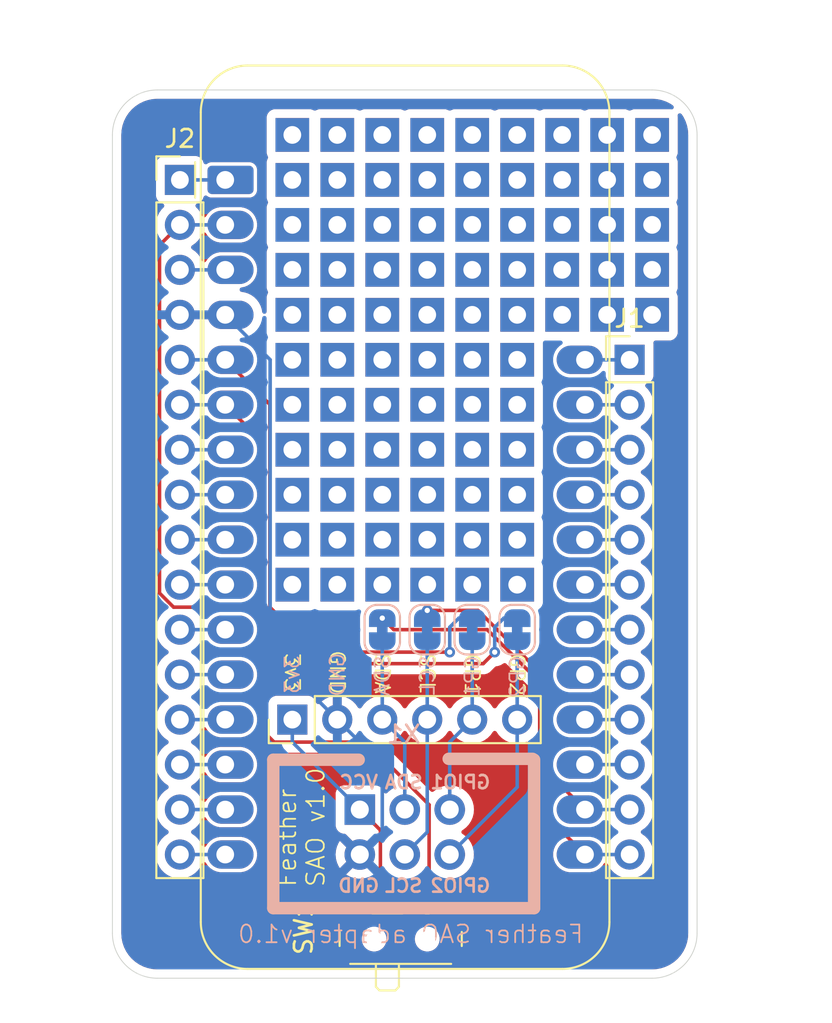
<source format=kicad_pcb>
(kicad_pcb (version 20240108) (generator "pcbnew") (generator_version "8.0")
  (layers (0 "F.Cu" signal) (31 "B.Cu" signal) (34 "B.Paste" user) (35 "F.Paste" user) (36 "B.SilkS" user "B.Silkscreen") (37 "F.SilkS" user "F.Silkscreen") (38 "B.Mask" user) (39 "F.Mask" user) (44 "Edge.Cuts" user))
  (net 0 "")
  (net 1 "/F_11")
  (net 2 "/F_3")
  (net 3 "/F_22")
  (net 4 "/F_16")
  (net 5 "/SDA")
  (net 6 "/F_7")
  (net 7 "/F_10")
  (net 8 "/F_19")
  (net 9 "/F_9")
  (net 10 "/F_21")
  (net 11 "/F_20")
  (net 12 "/SCL")
  (net 13 "/F_28")
  (net 14 "/F_5")
  (net 15 "/F_26")
  (net 16 "/F_6")
  (net 17 "/F_8")
  (net 18 "/F_23")
  (net 19 "/F_14")
  (net 20 "/F_25")
  (net 21 "/F_13")
  (net 22 "/F_24")
  (net 23 "/GND")
  (net 24 "/F_27")
  (net 25 "/F_12")
  (net 26 "/F_1")
  (net 27 "/F_15")
  (net 28 "/GPIO2")
  (net 29 "/GPIO1")
  (net 30 "/SAO_3v3")
  (net 31 "/Feather_3v3")
  (net 32 "/Feather_SDA")
  (net 33 "/Feather_SCL")
  (footprint "SAO-Util:ProtoboardHoleSquare" (layer "F.Cu") (at 87.63 60.96)
    (property "Reference" "REF**170" (hide yes))
    (property "Value" "ProtoboardHoleSquare" (hide yes))
    (pad "1" thru_hole rect (at 0 0) (size 1.905 1.905) (drill 1) (layers "*.Cu" "*.Mask"))
  )
  (footprint "SAO-Util:ProtoboardHoleSquare" (layer "F.Cu") (at 87.63 55.88)
    (property "Reference" "REF**146" (hide yes))
    (property "Value" "ProtoboardHoleSquare" (hide yes))
    (pad "1" thru_hole rect (at 0 0) (size 1.905 1.905) (drill 1) (layers "*.Cu" "*.Mask"))
  )
  (footprint "SAO-Util:ProtoboardHoleSquare" (layer "F.Cu") (at 95.25 38.1)
    (property "Reference" "REF**65" (hide yes))
    (property "Value" "ProtoboardHoleSquare" (hide yes))
    (pad "1" thru_hole rect (at 0 0) (size 1.905 1.905) (drill 1) (layers "*.Cu" "*.Mask"))
  )
  (footprint "SAO-Util:ProtoboardHoleSquare" (layer "F.Cu") (at 87.63 40.64)
    (property "Reference" "REF**74" (hide yes))
    (property "Value" "ProtoboardHoleSquare" (hide yes))
    (pad "1" thru_hole rect (at 0 0) (size 1.905 1.905) (drill 1) (layers "*.Cu" "*.Mask"))
  )
  (footprint "SAO-Util:ProtoboardHoleSquare" (layer "F.Cu") (at 90.17 38.1)
    (property "Reference" "REF**63" (hide yes))
    (property "Value" "ProtoboardHoleSquare" (hide yes))
    (pad "1" thru_hole rect (at 0 0) (size 1.905 1.905) (drill 1) (layers "*.Cu" "*.Mask"))
  )
  (footprint "SAO-Util:ProtoboardHoleSquare" (layer "F.Cu") (at 87.63 58.42)
    (property "Reference" "REF**158" (hide yes))
    (property "Value" "ProtoboardHoleSquare" (hide yes))
    (pad "1" thru_hole rect (at 0 0) (size 1.905 1.905) (drill 1) (layers "*.Cu" "*.Mask"))
  )
  (footprint "SAO-Util:ProtoboardHoleSquare" (layer "F.Cu") (at 85.09 60.96)
    (property "Reference" "REF**169" (hide yes))
    (property "Value" "ProtoboardHoleSquare" (hide yes))
    (pad "1" thru_hole rect (at 0 0) (size 1.905 1.905) (drill 1) (layers "*.Cu" "*.Mask"))
  )
  (footprint "SAO-Util:ProtoboardHoleSquare" (layer "F.Cu") (at 82.55 48.26)
    (property "Reference" "REF**108" (hide yes))
    (property "Value" "ProtoboardHoleSquare" (hide yes))
    (pad "1" thru_hole rect (at 0 0) (size 1.905 1.905) (drill 1) (layers "*.Cu" "*.Mask"))
  )
  (footprint "SAO-Util:ProtoboardHoleSquare" (layer "F.Cu") (at 82.55 58.42)
    (property "Reference" "REF**156" (hide yes))
    (property "Value" "ProtoboardHoleSquare" (hide yes))
    (pad "1" thru_hole rect (at 0 0) (size 1.905 1.905) (drill 1) (layers "*.Cu" "*.Mask"))
  )
  (footprint "SAO-Util:ProtoboardHoleSquare" (layer "F.Cu") (at 82.55 40.64)
    (property "Reference" "REF**72" (hide yes))
    (property "Value" "ProtoboardHoleSquare" (hide yes))
    (pad "1" thru_hole rect (at 0 0) (size 1.905 1.905) (drill 1) (layers "*.Cu" "*.Mask"))
  )
  (footprint "SAO-Util:ProtoboardHoleSquare" (layer "F.Cu") (at 95.25 53.34)
    (property "Reference" "REF**137" (hide yes))
    (property "Value" "ProtoboardHoleSquare" (hide yes))
    (pad "1" thru_hole rect (at 0 0) (size 1.905 1.905) (drill 1) (layers "*.Cu" "*.Mask"))
  )
  (footprint "SAO-Util:ProtoboardHoleSquare" (layer "F.Cu") (at 102.87 43.18 -90)
    (property "Reference" "REF**10" (hide yes))
    (property "Value" "ProtoboardHoleSquare" (hide yes))
    (pad "1" thru_hole rect (at 0 0 270) (size 1.905 1.905) (drill 1) (layers "*.Cu" "*.Mask"))
  )
  (footprint "SAO-Util:ProtoboardHoleSquare" (layer "F.Cu") (at 87.63 48.26)
    (property "Reference" "REF**110" (hide yes))
    (property "Value" "ProtoboardHoleSquare" (hide yes))
    (pad "1" thru_hole rect (at 0 0) (size 1.905 1.905) (drill 1) (layers "*.Cu" "*.Mask"))
  )
  (footprint "SAO-Util:ProtoboardHoleSquare" (layer "F.Cu") (at 100.33 38.1 -90)
    (property "Reference" "REF**8" (hide yes))
    (property "Value" "ProtoboardHoleSquare" (hide yes))
    (pad "1" thru_hole rect (at 0 0 270) (size 1.905 1.905) (drill 1) (layers "*.Cu" "*.Mask"))
  )
  (footprint "SAO-Util:ProtoboardHoleSquare" (layer "F.Cu") (at 90.17 48.26)
    (property "Reference" "REF**111" (hide yes))
    (property "Value" "ProtoboardHoleSquare" (hide yes))
    (pad "1" thru_hole rect (at 0 0) (size 1.905 1.905) (drill 1) (layers "*.Cu" "*.Mask"))
  )
  (footprint "Module:Adafruit_Feather" (layer "F.Cu") (at 78.76 38.1)
    (property "Reference" "A1" (hide yes))
    (property "Value" "Adafruit_Feather_Generic")
    (pad "1" thru_hole roundrect (at 0 0) (size 2.6 1.6) (drill 1 (offset 0.3 0)) (layers "*.Cu" "*.Mask") (roundrect_rratio 0.15625) (net 26 "/F_1"))
    (pad "2" thru_hole oval (at 0 2.54) (size 2.6 1.6) (drill 1 (offset 0.3 0)) (layers "*.Cu" "*.Mask") (net 31 "/Feather_3v3"))
    (pad "3" thru_hole oval (at 0 5.08) (size 2.6 1.6) (drill 1 (offset 0.3 0)) (layers "*.Cu" "*.Mask") (net 2 "/F_3"))
    (pad "4" thru_hole oval (at 0 7.62) (size 2.6 1.6) (drill 1 (offset 0.3 0)) (layers "*.Cu" "*.Mask") (net 23 "/GND"))
    (pad "5" thru_hole oval (at 0 10.16) (size 2.6 1.6) (drill 1 (offset 0.3 0)) (layers "*.Cu" "*.Mask") (net 14 "/F_5"))
    (pad "6" thru_hole oval (at 0 12.7) (size 2.6 1.6) (drill 1 (offset 0.3 0)) (layers "*.Cu" "*.Mask") (net 16 "/F_6"))
    (pad "7" thru_hole oval (at 0 15.24) (size 2.6 1.6) (drill 1 (offset 0.3 0)) (layers "*.Cu" "*.Mask") (net 6 "/F_7"))
    (pad "8" thru_hole oval (at 0 17.78) (size 2.6 1.6) (drill 1 (offset 0.3 0)) (layers "*.Cu" "*.Mask") (net 17 "/F_8"))
    (pad "9" thru_hole oval (at 0 20.32) (size 2.6 1.6) (drill 1 (offset 0.3 0)) (layers "*.Cu" "*.Mask") (net 9 "/F_9"))
    (pad "10" thru_hole oval (at 0 22.86) (size 2.6 1.6) (drill 1 (offset 0.3 0)) (layers "*.Cu" "*.Mask") (net 7 "/F_10"))
    (pad "11" thru_hole oval (at 0 25.4) (size 2.6 1.6) (drill 1 (offset 0.3 0)) (layers "*.Cu" "*.Mask") (net 1 "/F_11"))
    (pad "12" thru_hole oval (at 0 27.94) (size 2.6 1.6) (drill 1 (offset 0.3 0)) (layers "*.Cu" "*.Mask") (net 25 "/F_12"))
    (pad "13" thru_hole oval (at 0 30.48) (size 2.6 1.6) (drill 1 (offset 0.3 0)) (layers "*.Cu" "*.Mask") (net 21 "/F_13"))
    (pad "14" thru_hole oval (at 0 33.02) (size 2.6 1.6) (drill 1 (offset 0.3 0)) (layers "*.Cu" "*.Mask") (net 19 "/F_14"))
    (pad "15" thru_hole oval (at 0 35.56) (size 2.6 1.6) (drill 1 (offset 0.3 0)) (layers "*.Cu" "*.Mask") (net 27 "/F_15"))
    (pad "16" thru_hole oval (at 0 38.1) (size 2.6 1.6) (drill 1 (offset 0.3 0)) (layers "*.Cu" "*.Mask") (net 4 "/F_16"))
    (pad "17" thru_hole oval (at 20.32 38.1 180) (size 2.6 1.6) (drill 1 (offset 0.3 0)) (layers "*.Cu" "*.Mask") (net 32 "/Feather_SDA"))
    (pad "18" thru_hole oval (at 20.32 35.56 180) (size 2.6 1.6) (drill 1 (offset 0.3 0)) (layers "*.Cu" "*.Mask") (net 33 "/Feather_SCL"))
    (pad "19" thru_hole oval (at 20.32 33.02 180) (size 2.6 1.6) (drill 1 (offset 0.3 0)) (layers "*.Cu" "*.Mask") (net 8 "/F_19"))
    (pad "20" thru_hole oval (at 20.32 30.48 180) (size 2.6 1.6) (drill 1 (offset 0.3 0)) (layers "*.Cu" "*.Mask") (net 11 "/F_20"))
    (pad "21" thru_hole oval (at 20.32 27.94 180) (size 2.6 1.6) (drill 1 (offset 0.3 0)) (layers "*.Cu" "*.Mask") (net 10 "/F_21"))
    (pad "22" thru_hole oval (at 20.32 25.4 180) (size 2.6 1.6) (drill 1 (offset 0.3 0)) (layers "*.Cu" "*.Mask") (net 3 "/F_22"))
    (pad "23" thru_hole oval (at 20.32 22.86 180) (size 2.6 1.6) (drill 1 (offset 0.3 0)) (layers "*.Cu" "*.Mask") (net 18 "/F_23"))
    (pad "24" thru_hole oval (at 20.32 20.32 180) (size 2.6 1.6) (drill 1 (offset 0.3 0)) (layers "*.Cu" "*.Mask") (net 22 "/F_24"))
    (pad "25" thru_hole oval (at 20.32 17.78 180) (size 2.6 1.6) (drill 1 (offset 0.3 0)) (layers "*.Cu" "*.Mask") (net 20 "/F_25"))
    (pad "26" thru_hole oval (at 20.32 15.24 180) (size 2.6 1.6) (drill 1 (offset 0.3 0)) (layers "*.Cu" "*.Mask") (net 15 "/F_26"))
    (pad "27" thru_hole oval (at 20.32 12.7 180) (size 2.6 1.6) (drill 1 (offset 0.3 0)) (layers "*.Cu" "*.Mask") (net 24 "/F_27"))
    (pad "28" thru_hole oval (at 20.32 10.16 180) (size 2.6 1.6) (drill 1 (offset 0.3 0)) (layers "*.Cu" "*.Mask") (net 13 "/F_28"))
  )
  (footprint "SAO-Util:ProtoboardHoleSquare" (layer "F.Cu") (at 90.17 55.88)
    (property "Reference" "REF**147" (hide yes))
    (property "Value" "ProtoboardHoleSquare" (hide yes))
    (pad "1" thru_hole rect (at 0 0) (size 1.905 1.905) (drill 1) (layers "*.Cu" "*.Mask"))
  )
  (footprint "SAO-Util:ProtoboardHoleSquare" (layer "F.Cu") (at 85.09 53.34)
    (property "Reference" "REF**133" (hide yes))
    (property "Value" "ProtoboardHoleSquare" (hide yes))
    (pad "1" thru_hole rect (at 0 0) (size 1.905 1.905) (drill 1) (layers "*.Cu" "*.Mask"))
  )
  (footprint "Connector_PinHeader_2.54mm:PinHeader_1x12_P2.54mm_Vertical" (layer "F.Cu") (at 101.6 48.26)
    (property "Reference" "J1" (at 0 -2.33 0) (layer "F.SilkS"))
    (property "Value" "Conn_01x12_Pin")
    (pad "1" thru_hole rect (at 0 0) (size 1.7 1.7) (drill 1) (layers "*.Cu" "*.Mask") (net 13 "/F_28"))
    (pad "2" thru_hole oval (at 0 2.54) (size 1.7 1.7) (drill 1) (layers "*.Cu" "*.Mask") (net 24 "/F_27"))
    (pad "3" thru_hole oval (at 0 5.08) (size 1.7 1.7) (drill 1) (layers "*.Cu" "*.Mask") (net 15 "/F_26"))
    (pad "4" thru_hole oval (at 0 7.62) (size 1.7 1.7) (drill 1) (layers "*.Cu" "*.Mask") (net 20 "/F_25"))
    (pad "5" thru_hole oval (at 0 10.16) (size 1.7 1.7) (drill 1) (layers "*.Cu" "*.Mask") (net 22 "/F_24"))
    (pad "6" thru_hole oval (at 0 12.7) (size 1.7 1.7) (drill 1) (layers "*.Cu" "*.Mask") (net 18 "/F_23"))
    (pad "7" thru_hole oval (at 0 15.24) (size 1.7 1.7) (drill 1) (layers "*.Cu" "*.Mask") (net 3 "/F_22"))
    (pad "8" thru_hole oval (at 0 17.78) (size 1.7 1.7) (drill 1) (layers "*.Cu" "*.Mask") (net 10 "/F_21"))
    (pad "9" thru_hole oval (at 0 20.32) (size 1.7 1.7) (drill 1) (layers "*.Cu" "*.Mask") (net 11 "/F_20"))
    (pad "10" thru_hole oval (at 0 22.86) (size 1.7 1.7) (drill 1) (layers "*.Cu" "*.Mask") (net 8 "/F_19"))
    (pad "11" thru_hole oval (at 0 25.4) (size 1.7 1.7) (drill 1) (layers "*.Cu" "*.Mask") (net 33 "/Feather_SCL"))
    (pad "12" thru_hole oval (at 0 27.94) (size 1.7 1.7) (drill 1) (layers "*.Cu" "*.Mask") (net 32 "/Feather_SDA"))
  )
  (footprint "SAO-Util:ProtoboardHoleSquare" (layer "F.Cu") (at 102.87 40.64 -90)
    (property "Reference" "REF**9" (hide yes))
    (property "Value" "ProtoboardHoleSquare" (hide yes))
    (pad "1" thru_hole rect (at 0 0 270) (size 1.905 1.905) (drill 1) (layers "*.Cu" "*.Mask"))
  )
  (footprint "Simple_Addon_v2:Simple_Addon_v2-SAO-2x3" (layer "F.Cu") (at 88.84 74.91)
    (property "Reference" "X1" (at 0 -5.5 0) (layer "B.SilkS") (effects (justify mirror)))
    (property "Value" "Simple_Addon_v2")
    (fp_text user "SDA" (at 0 -2.794 0) (layer "B.SilkS") (effects (font (size 0.75 0.75)) (justify mirror)))
    (fp_text user "GPIO1" (at 3.2 -2.794 0) (layer "B.SilkS") (effects (font (size 0.75 0.75)) (justify mirror)))
    (fp_text user "GPIO2" (at 3.2 3.048 0) (layer "B.SilkS") (effects (font (size 0.75 0.75)) (justify mirror)))
    (fp_text user "VCC" (at -2.54 -2.794 0) (layer "B.SilkS") (effects (font (size 0.75 0.75)) (justify mirror)))
    (fp_text user "GND" (at -2.54 3.048 0) (layer "B.SilkS") (effects (font (size 0.75 0.75)) (justify mirror)))
    (fp_text user "SCL" (at 0 3.048 0) (layer "B.SilkS") (effects (font (size 0.75 0.75)) (justify mirror)))
    (pad "1" thru_hole rect (at -2.48 -1.25 270) (size 1.7272 1.7272) (drill 1.016) (layers "*.Cu" "*.Mask") (net 30 "/SAO_3v3"))
    (pad "2" thru_hole circle (at -2.48 1.29 270) (size 1.7272 1.7272) (drill 1.016) (layers "*.Cu" "*.Mask") (net 23 "/GND"))
    (pad "3" thru_hole oval (at 0.06 -1.25 270) (size 1.7272 1.7272) (drill 1.016) (layers "*.Cu" "*.Mask") (net 5 "/SDA"))
    (pad "4" thru_hole oval (at 0.06 1.29 270) (size 1.7272 1.7272) (drill 1.016) (layers "*.Cu" "*.Mask") (net 12 "/SCL"))
    (pad "5" thru_hole circle (at 2.6 -1.25 270) (size 1.7272 1.7272) (drill 1.016) (layers "*.Cu" "*.Mask") (net 29 "/GPIO1"))
    (pad "6" thru_hole circle (at 2.6 1.29 270) (size 1.7272 1.7272) (drill 1.016) (layers "*.Cu" "*.Mask") (net 28 "/GPIO2"))
  )
  (footprint "SAO-Util:ProtoboardHoleSquare" (layer "F.Cu") (at 82.55 50.8)
    (property "Reference" "REF**120" (hide yes))
    (property "Value" "ProtoboardHoleSquare" (hide yes))
    (pad "1" thru_hole rect (at 0 0) (size 1.905 1.905) (drill 1) (layers "*.Cu" "*.Mask"))
  )
  (footprint "SAO-Util:ProtoboardHoleSquare" (layer "F.Cu") (at 92.71 43.18)
    (property "Reference" "REF**88" (hide yes))
    (property "Value" "ProtoboardHoleSquare" (hide yes))
    (pad "1" thru_hole rect (at 0 0) (size 1.905 1.905) (drill 1) (layers "*.Cu" "*.Mask"))
  )
  (footprint "SAO-Util:ProtoboardHoleSquare" (layer "F.Cu") (at 100.33 40.64 -90)
    (property "Reference" "REF**9" (hide yes))
    (property "Value" "ProtoboardHoleSquare" (hide yes))
    (pad "1" thru_hole rect (at 0 0 270) (size 1.905 1.905) (drill 1) (layers "*.Cu" "*.Mask"))
  )
  (footprint "SAO-Util:ProtoboardHoleSquare" (layer "F.Cu") (at 90.17 35.56)
    (property "Reference" "REF**51" (hide yes))
    (property "Value" "ProtoboardHoleSquare" (hide yes))
    (pad "1" thru_hole rect (at 0 0) (size 1.905 1.905) (drill 1) (layers "*.Cu" "*.Mask"))
  )
  (footprint "SAO-Util:ProtoboardHoleSquare" (layer "F.Cu") (at 82.55 55.88)
    (property "Reference" "REF**144" (hide yes))
    (property "Value" "ProtoboardHoleSquare" (hide yes))
    (pad "1" thru_hole rect (at 0 0) (size 1.905 1.905) (drill 1) (layers "*.Cu" "*.Mask"))
  )
  (footprint "SAO-Util:ProtoboardHoleSquare" (layer "F.Cu") (at 87.63 45.72)
    (property "Reference" "REF**98" (hide yes))
    (property "Value" "ProtoboardHoleSquare" (hide yes))
    (pad "1" thru_hole rect (at 0 0) (size 1.905 1.905) (drill 1) (layers "*.Cu" "*.Mask"))
  )
  (footprint "SAO-Util:ProtoboardHoleSquare" (layer "F.Cu") (at 92.71 60.96)
    (property "Reference" "REF**172" (hide yes))
    (property "Value" "ProtoboardHoleSquare" (hide yes))
    (pad "1" thru_hole rect (at 0 0) (size 1.905 1.905) (drill 1) (layers "*.Cu" "*.Mask"))
  )
  (footprint "SAO-Util:ProtoboardHoleSquare" (layer "F.Cu") (at 95.25 45.72)
    (property "Reference" "REF**101" (hide yes))
    (property "Value" "ProtoboardHoleSquare" (hide yes))
    (pad "1" thru_hole rect (at 0 0) (size 1.905 1.905) (drill 1) (layers "*.Cu" "*.Mask"))
  )
  (footprint "SAO-Util:ProtoboardHoleSquare" (layer "F.Cu") (at 85.09 43.18)
    (property "Reference" "REF**85" (hide yes))
    (property "Value" "ProtoboardHoleSquare" (hide yes))
    (pad "1" thru_hole rect (at 0 0) (size 1.905 1.905) (drill 1) (layers "*.Cu" "*.Mask"))
  )
  (footprint "Connector_PinHeader_2.54mm:PinHeader_1x16_P2.54mm_Vertical" (layer "F.Cu") (at 76.2 38.1)
    (property "Reference" "J2" (at 0 -2.33 0) (layer "F.SilkS"))
    (property "Value" "Conn_01x16_Pin")
    (pad "1" thru_hole rect (at 0 0) (size 1.7 1.7) (drill 1) (layers "*.Cu" "*.Mask") (net 26 "/F_1"))
    (pad "2" thru_hole oval (at 0 2.54) (size 1.7 1.7) (drill 1) (layers "*.Cu" "*.Mask") (net 31 "/Feather_3v3"))
    (pad "3" thru_hole oval (at 0 5.08) (size 1.7 1.7) (drill 1) (layers "*.Cu" "*.Mask") (net 2 "/F_3"))
    (pad "4" thru_hole oval (at 0 7.62) (size 1.7 1.7) (drill 1) (layers "*.Cu" "*.Mask") (net 23 "/GND"))
    (pad "5" thru_hole oval (at 0 10.16) (size 1.7 1.7) (drill 1) (layers "*.Cu" "*.Mask") (net 14 "/F_5"))
    (pad "6" thru_hole oval (at 0 12.7) (size 1.7 1.7) (drill 1) (layers "*.Cu" "*.Mask") (net 16 "/F_6"))
    (pad "7" thru_hole oval (at 0 15.24) (size 1.7 1.7) (drill 1) (layers "*.Cu" "*.Mask") (net 6 "/F_7"))
    (pad "8" thru_hole oval (at 0 17.78) (size 1.7 1.7) (drill 1) (layers "*.Cu" "*.Mask") (net 17 "/F_8"))
    (pad "9" thru_hole oval (at 0 20.32) (size 1.7 1.7) (drill 1) (layers "*.Cu" "*.Mask") (net 9 "/F_9"))
    (pad "10" thru_hole oval (at 0 22.86) (size 1.7 1.7) (drill 1) (layers "*.Cu" "*.Mask") (net 7 "/F_10"))
    (pad "11" thru_hole oval (at 0 25.4) (size 1.7 1.7) (drill 1) (layers "*.Cu" "*.Mask") (net 1 "/F_11"))
    (pad "12" thru_hole oval (at 0 27.94) (size 1.7 1.7) (drill 1) (layers "*.Cu" "*.Mask") (net 25 "/F_12"))
    (pad "13" thru_hole oval (at 0 30.48) (size 1.7 1.7) (drill 1) (layers "*.Cu" "*.Mask") (net 21 "/F_13"))
    (pad "14" thru_hole oval (at 0 33.02) (size 1.7 1.7) (drill 1) (layers "*.Cu" "*.Mask") (net 19 "/F_14"))
    (pad "15" thru_hole oval (at 0 35.56) (size 1.7 1.7) (drill 1) (layers "*.Cu" "*.Mask") (net 27 "/F_15"))
    (pad "16" thru_hole oval (at 0 38.1) (size 1.7 1.7) (drill 1) (layers "*.Cu" "*.Mask") (net 4 "/F_16"))
  )
  (footprint "SAO-Util:ProtoboardHoleSquare" (layer "F.Cu") (at 90.17 50.8)
    (property "Reference" "REF**123" (hide yes))
    (property "Value" "ProtoboardHoleSquare" (hide yes))
    (pad "1" thru_hole rect (at 0 0) (size 1.905 1.905) (drill 1) (layers "*.Cu" "*.Mask"))
  )
  (footprint "SAO-Util:ProtoboardHoleSquare" (layer "F.Cu") (at 92.71 48.26)
    (property "Reference" "REF**112" (hide yes))
    (property "Value" "ProtoboardHoleSquare" (hide yes))
    (pad "1" thru_hole rect (at 0 0) (size 1.905 1.905) (drill 1) (layers "*.Cu" "*.Mask"))
  )
  (footprint "SAO-Util:ProtoboardHoleSquare" (layer "F.Cu") (at 92.71 53.34)
    (property "Reference" "REF**136" (hide yes))
    (property "Value" "ProtoboardHoleSquare" (hide yes))
    (pad "1" thru_hole rect (at 0 0) (size 1.905 1.905) (drill 1) (layers "*.Cu" "*.Mask"))
  )
  (footprint "SAO-Util:ProtoboardHoleSquare" (layer "F.Cu") (at 95.25 40.64)
    (property "Reference" "REF**77" (hide yes))
    (property "Value" "ProtoboardHoleSquare" (hide yes))
    (pad "1" thru_hole rect (at 0 0) (size 1.905 1.905) (drill 1) (layers "*.Cu" "*.Mask"))
  )
  (footprint "SAO-Util:ProtoboardHoleSquare" (layer "F.Cu") (at 95.25 35.56)
    (property "Reference" "REF**53" (hide yes))
    (property "Value" "ProtoboardHoleSquare" (hide yes))
    (pad "1" thru_hole rect (at 0 0) (size 1.905 1.905) (drill 1) (layers "*.Cu" "*.Mask"))
  )
  (footprint "SAO-Util:ProtoboardHoleSquare" (layer "F.Cu") (at 92.71 40.64)
    (property "Reference" "REF**76" (hide yes))
    (property "Value" "ProtoboardHoleSquare" (hide yes))
    (pad "1" thru_hole rect (at 0 0) (size 1.905 1.905) (drill 1) (layers "*.Cu" "*.Mask"))
  )
  (footprint "SAO-Util:ProtoboardHoleSquare" (layer "F.Cu") (at 97.79 45.72 -90)
    (property "Reference" "REF**11" (hide yes))
    (property "Value" "ProtoboardHoleSquare" (hide yes))
    (pad "1" thru_hole rect (at 0 0 270) (size 1.905 1.905) (drill 1) (layers "*.Cu" "*.Mask"))
  )
  (footprint "SAO-Util:ProtoboardHoleSquare" (layer "F.Cu") (at 97.79 43.18 -90)
    (property "Reference" "REF**10" (hide yes))
    (property "Value" "ProtoboardHoleSquare" (hide yes))
    (pad "1" thru_hole rect (at 0 0 270) (size 1.905 1.905) (drill 1) (layers "*.Cu" "*.Mask"))
  )
  (footprint "SAO-Util:ProtoboardHoleSquare" (layer "F.Cu") (at 92.71 55.88)
    (property "Reference" "REF**148" (hide yes))
    (property "Value" "ProtoboardHoleSquare" (hide yes))
    (pad "1" thru_hole rect (at 0 0) (size 1.905 1.905) (drill 1) (layers "*.Cu" "*.Mask"))
  )
  (footprint "SAO-Util:ProtoboardHoleSquare" (layer "F.Cu") (at 82.55 43.18)
    (property "Reference" "REF**84" (hide yes))
    (property "Value" "ProtoboardHoleSquare" (hide yes))
    (pad "1" thru_hole rect (at 0 0) (size 1.905 1.905) (drill 1) (layers "*.Cu" "*.Mask"))
  )
  (footprint "SAO-Util:ProtoboardHoleSquare" (layer "F.Cu") (at 95.25 43.18)
    (property "Reference" "REF**89" (hide yes))
    (property "Value" "ProtoboardHoleSquare" (hide yes))
    (pad "1" thru_hole rect (at 0 0) (size 1.905 1.905) (drill 1) (layers "*.Cu" "*.Mask"))
  )
  (footprint "SAO-Util:ProtoboardHoleSquare" (layer "F.Cu") (at 95.25 55.88)
    (property "Reference" "REF**149" (hide yes))
    (property "Value" "ProtoboardHoleSquare" (hide yes))
    (pad "1" thru_hole rect (at 0 0) (size 1.905 1.905) (drill 1) (layers "*.Cu" "*.Mask"))
  )
  (footprint "SAO-Util:ProtoboardHoleSquare" (layer "F.Cu") (at 90.17 45.72)
    (property "Reference" "REF**99" (hide yes))
    (property "Value" "ProtoboardHoleSquare" (hide yes))
    (pad "1" thru_hole rect (at 0 0) (size 1.905 1.905) (drill 1) (layers "*.Cu" "*.Mask"))
  )
  (footprint "SAO-Util:ProtoboardHoleSquare" (layer "F.Cu") (at 85.09 48.26)
    (property "Reference" "REF**109" (hide yes))
    (property "Value" "ProtoboardHoleSquare" (hide yes))
    (pad "1" thru_hole rect (at 0 0) (size 1.905 1.905) (drill 1) (layers "*.Cu" "*.Mask"))
  )
  (footprint "SAO-Util:ProtoboardHoleSquare" (layer "F.Cu") (at 95.25 48.26)
    (property "Reference" "REF**113" (hide yes))
    (property "Value" "ProtoboardHoleSquare" (hide yes))
    (pad "1" thru_hole rect (at 0 0) (size 1.905 1.905) (drill 1) (layers "*.Cu" "*.Mask"))
  )
  (footprint "SAO-Util:ProtoboardHoleSquare" (layer "F.Cu") (at 82.55 53.34)
    (property "Reference" "REF**132" (hide yes))
    (property "Value" "ProtoboardHoleSquare" (hide yes))
    (pad "1" thru_hole rect (at 0 0) (size 1.905 1.905) (drill 1) (layers "*.Cu" "*.Mask"))
  )
  (footprint "Button_Switch_SMD:SW_SPDT_PCM12" (layer "F.Cu") (at 88.67 80.645)
    (property "Reference" "SW1" (at -5.485 -0.305 90) (layer "F.SilkS"))
    (property "Value" "SW_SPDT")
    (pad "" smd rect (at -3.65 -0.78) (size 1 0.8) (layers "F.Cu" "F.Paste" "F.Mask") (net 23 "/GND"))
    (pad "" smd rect (at -3.65 1.43) (size 1 0.8) (layers "F.Cu" "F.Paste" "F.Mask") (net 23 "/GND"))
    (pad "" np_thru_hole circle (at -1.5 0.33) (size 0.9 0.9) (drill 0.9) (layers "*.Cu" "*.Mask"))
    (pad "" np_thru_hole circle (at 1.5 0.33) (size 0.9 0.9) (drill 0.9) (layers "*.Cu" "*.Mask"))
    (pad "" smd rect (at 3.65 -0.78) (size 1 0.8) (layers "F.Cu" "F.Paste" "F.Mask") (net 23 "/GND"))
    (pad "" smd rect (at 3.65 1.43) (size 1 0.8) (layers "F.Cu" "F.Paste" "F.Mask") (net 23 "/GND"))
    (pad "1" smd rect (at -2.25 -1.43) (size 0.7 1.5) (layers "F.Cu" "F.Paste" "F.Mask"))
    (pad "2" smd rect (at 0.75 -1.43) (size 0.7 1.5) (layers "F.Cu" "F.Paste" "F.Mask") (net 30 "/SAO_3v3"))
    (pad "3" smd rect (at 2.25 -1.43) (size 0.7 1.5) (layers "F.Cu" "F.Paste" "F.Mask") (net 31 "/Feather_3v3"))
  )
  (footprint "SAO-Util:ProtoboardHoleSquare" (layer "F.Cu") (at 87.63 35.56)
    (property "Reference" "REF**50" (hide yes))
    (property "Value" "ProtoboardHoleSquare" (hide yes))
    (pad "1" thru_hole rect (at 0 0) (size 1.905 1.905) (drill 1) (layers "*.Cu" "*.Mask"))
  )
  (footprint "SAO-Util:ProtoboardHoleSquare" (layer "F.Cu") (at 87.63 50.8)
    (property "Reference" "REF**122" (hide yes))
    (property "Value" "ProtoboardHoleSquare" (hide yes))
    (pad "1" thru_hole rect (at 0 0) (size 1.905 1.905) (drill 1) (layers "*.Cu" "*.Mask"))
  )
  (footprint "SAO-Util:ProtoboardHoleSquare" (layer "F.Cu") (at 92.71 38.1)
    (property "Reference" "REF**64" (hide yes))
    (property "Value" "ProtoboardHoleSquare" (hide yes))
    (pad "1" thru_hole rect (at 0 0) (size 1.905 1.905) (drill 1) (layers "*.Cu" "*.Mask"))
  )
  (footprint "SAO-Util:ProtoboardHoleSquare" (layer "F.Cu") (at 102.87 35.56 -90)
    (property "Reference" "REF**7" (hide yes))
    (property "Value" "ProtoboardHoleSquare" (hide yes))
    (pad "1" thru_hole rect (at 0 0 270) (size 1.905 1.905) (drill 1) (layers "*.Cu" "*.Mask"))
  )
  (footprint "SAO-Util:ProtoboardHoleSquare" (layer "F.Cu") (at 87.63 53.34)
    (property "Reference" "REF**134" (hide yes))
    (property "Value" "ProtoboardHoleSquare" (hide yes))
    (pad "1" thru_hole rect (at 0 0) (size 1.905 1.905) (drill 1) (layers "*.Cu" "*.Mask"))
  )
  (footprint "SAO-Util:ProtoboardHoleSquare" (layer "F.Cu") (at 82.55 45.72)
    (property "Reference" "REF**96" (hide yes))
    (property "Value" "ProtoboardHoleSquare" (hide yes))
    (pad "1" thru_hole rect (at 0 0) (size 1.905 1.905) (drill 1) (layers "*.Cu" "*.Mask"))
  )
  (footprint "SAO-Util:ProtoboardHoleSquare" (layer "F.Cu") (at 90.17 60.96)
    (property "Reference" "REF**171" (hide yes))
    (property "Value" "ProtoboardHoleSquare" (hide yes))
    (pad "1" thru_hole rect (at 0 0) (size 1.905 1.905) (drill 1) (layers "*.Cu" "*.Mask"))
  )
  (footprint "SAO-Util:ProtoboardHoleSquare" (layer "F.Cu") (at 92.71 58.42)
    (property "Reference" "REF**160" (hide yes))
    (property "Value" "ProtoboardHoleSquare" (hide yes))
    (pad "1" thru_hole rect (at 0 0) (size 1.905 1.905) (drill 1) (layers "*.Cu" "*.Mask"))
  )
  (footprint "SAO-Util:ProtoboardHoleSquare" (layer "F.Cu") (at 90.17 58.42)
    (property "Reference" "REF**159" (hide yes))
    (property "Value" "ProtoboardHoleSquare" (hide yes))
    (pad "1" thru_hole rect (at 0 0) (size 1.905 1.905) (drill 1) (layers "*.Cu" "*.Mask"))
  )
  (footprint "SAO-Util:ProtoboardHoleSquare" (layer "F.Cu") (at 100.33 45.72 -90)
    (property "Reference" "REF**11" (hide yes))
    (property "Value" "ProtoboardHoleSquare" (hide yes))
    (pad "1" thru_hole rect (at 0 0 270) (size 1.905 1.905) (drill 1) (layers "*.Cu" "*.Mask"))
  )
  (footprint "SAO-Util:ProtoboardHoleSquare" (layer "F.Cu") (at 95.25 50.8)
    (property "Reference" "REF**125" (hide yes))
    (property "Value" "ProtoboardHoleSquare" (hide yes))
    (pad "1" thru_hole rect (at 0 0) (size 1.905 1.905) (drill 1) (layers "*.Cu" "*.Mask"))
  )
  (footprint "SAO-Util:ProtoboardHoleSquare" (layer "F.Cu") (at 102.87 45.72 -90)
    (property "Reference" "REF**11" (hide yes))
    (property "Value" "ProtoboardHoleSquare" (hide yes))
    (pad "1" thru_hole rect (at 0 0 270) (size 1.905 1.905) (drill 1) (layers "*.Cu" "*.Mask"))
  )
  (footprint "SAO-Util:ProtoboardHoleSquare" (layer "F.Cu") (at 100.33 43.18 -90)
    (property "Reference" "REF**10" (hide yes))
    (property "Value" "ProtoboardHoleSquare" (hide yes))
    (pad "1" thru_hole rect (at 0 0 270) (size 1.905 1.905) (drill 1) (layers "*.Cu" "*.Mask"))
  )
  (footprint "SAO-Util:ProtoboardHoleSquare" (layer "F.Cu") (at 85.09 58.42)
    (property "Reference" "REF**157" (hide yes))
    (property "Value" "ProtoboardHoleSquare" (hide yes))
    (pad "1" thru_hole rect (at 0 0) (size 1.905 1.905) (drill 1) (layers "*.Cu" "*.Mask"))
  )
  (footprint "SAO-Util:ProtoboardHoleSquare" (layer "F.Cu") (at 97.79 35.56 -90)
    (property "Reference" "REF**7" (hide yes))
    (property "Value" "ProtoboardHoleSquare" (hide yes))
    (pad "1" thru_hole rect (at 0 0 270) (size 1.905 1.905) (drill 1) (layers "*.Cu" "*.Mask"))
  )
  (footprint "SAO-Util:ProtoboardHoleSquare" (layer "F.Cu") (at 87.63 43.18)
    (property "Reference" "REF**86" (hide yes))
    (property "Value" "ProtoboardHoleSquare" (hide yes))
    (pad "1" thru_hole rect (at 0 0) (size 1.905 1.905) (drill 1) (layers "*.Cu" "*.Mask"))
  )
  (footprint "Connector_PinHeader_2.54mm:PinHeader_1x06_P2.54mm_Vertical" (layer "F.Cu") (at 82.55 68.58 90)
    (property "Reference" "J3" (hide yes))
    (property "Value" "Conn_01x06_Pin" (hide yes))
    (pad "1" thru_hole rect (at 0 0 90) (size 1.7 1.7) (drill 1) (layers "*.Cu" "*.Mask") (net 30 "/SAO_3v3"))
    (pad "2" thru_hole oval (at 0 2.54 90) (size 1.7 1.7) (drill 1) (layers "*.Cu" "*.Mask") (net 23 "/GND"))
    (pad "3" thru_hole oval (at 0 5.08 90) (size 1.7 1.7) (drill 1) (layers "*.Cu" "*.Mask") (net 5 "/SDA"))
    (pad "4" thru_hole oval (at 0 7.62 90) (size 1.7 1.7) (drill 1) (layers "*.Cu" "*.Mask") (net 12 "/SCL"))
    (pad "5" thru_hole oval (at 0 10.16 90) (size 1.7 1.7) (drill 1) (layers "*.Cu" "*.Mask") (net 29 "/GPIO1"))
    (pad "6" thru_hole oval (at 0 12.7 90) (size 1.7 1.7) (drill 1) (layers "*.Cu" "*.Mask") (net 28 "/GPIO2"))
  )
  (footprint "SAO-Util:ProtoboardHoleSquare" (layer "F.Cu") (at 102.87 38.1 -90)
    (property "Reference" "REF**8" (hide yes))
    (property "Value" "ProtoboardHoleSquare" (hide yes))
    (pad "1" thru_hole rect (at 0 0 270) (size 1.905 1.905) (drill 1) (layers "*.Cu" "*.Mask"))
  )
  (footprint "SAO-Util:ProtoboardHoleSquare" (layer "F.Cu") (at 90.17 53.34)
    (property "Reference" "REF**135" (hide yes))
    (property "Value" "ProtoboardHoleSquare" (hide yes))
    (pad "1" thru_hole rect (at 0 0) (size 1.905 1.905) (drill 1) (layers "*.Cu" "*.Mask"))
  )
  (footprint "SAO-Util:ProtoboardHoleSquare" (layer "F.Cu") (at 87.63 38.1)
    (property "Reference" "REF**62" (hide yes))
    (property "Value" "ProtoboardHoleSquare" (hide yes))
    (pad "1" thru_hole rect (at 0 0) (size 1.905 1.905) (drill 1) (layers "*.Cu" "*.Mask"))
  )
  (footprint "SAO-Util:ProtoboardHoleSquare" (layer "F.Cu") (at 85.09 50.8)
    (property "Reference" "REF**121" (hide yes))
    (property "Value" "ProtoboardHoleSquare" (hide yes))
    (pad "1" thru_hole rect (at 0 0) (size 1.905 1.905) (drill 1) (layers "*.Cu" "*.Mask"))
  )
  (footprint "SAO-Util:ProtoboardHoleSquare" (layer "F.Cu") (at 82.55 38.1)
    (property "Reference" "REF**60" (hide yes))
    (property "Value" "ProtoboardHoleSquare" (hide yes))
    (pad "1" thru_hole rect (at 0 0) (size 1.905 1.905) (drill 1) (layers "*.Cu" "*.Mask"))
  )
  (footprint "SAO-Util:ProtoboardHoleSquare" (layer "F.Cu") (at 97.79 40.64 -90)
    (property "Reference" "REF**9" (hide yes))
    (property "Value" "ProtoboardHoleSquare" (hide yes))
    (pad "1" thru_hole rect (at 0 0 270) (size 1.905 1.905) (drill 1) (layers "*.Cu" "*.Mask"))
  )
  (footprint "SAO-Util:ProtoboardHoleSquare" (layer "F.Cu") (at 97.79 38.1 -90)
    (property "Reference" "REF**8" (hide yes))
    (property "Value" "ProtoboardHoleSquare" (hide yes))
    (pad "1" thru_hole rect (at 0 0 270) (size 1.905 1.905) (drill 1) (layers "*.Cu" "*.Mask"))
  )
  (footprint "SAO-Util:ProtoboardHoleSquare" (layer "F.Cu") (at 85.09 38.1)
    (property "Reference" "REF**61" (hide yes))
    (property "Value" "ProtoboardHoleSquare" (hide yes))
    (pad "1" thru_hole rect (at 0 0) (size 1.905 1.905) (drill 1) (layers "*.Cu" "*.Mask"))
  )
  (footprint "SAO-Util:ProtoboardHoleSquare" (layer "F.Cu") (at 90.17 43.18)
    (property "Reference" "REF**87" (hide yes))
    (property "Value" "ProtoboardHoleSquare" (hide yes))
    (pad "1" thru_hole rect (at 0 0) (size 1.905 1.905) (drill 1) (layers "*.Cu" "*.Mask"))
  )
  (footprint "SAO-Util:ProtoboardHoleSquare" (layer "F.Cu") (at 90.17 40.64)
    (property "Reference" "REF**75" (hide yes))
    (property "Value" "ProtoboardHoleSquare" (hide yes))
    (pad "1" thru_hole rect (at 0 0) (size 1.905 1.905) (drill 1) (layers "*.Cu" "*.Mask"))
  )
  (footprint "SAO-Util:ProtoboardHoleSquare" (layer "F.Cu") (at 95.25 58.42)
    (property "Reference" "REF**161" (hide yes))
    (property "Value" "ProtoboardHoleSquare" (hide yes))
    (pad "1" thru_hole rect (at 0 0) (size 1.905 1.905) (drill 1) (layers "*.Cu" "*.Mask"))
  )
  (footprint "SAO-Util:ProtoboardHoleSquare" (layer "F.Cu") (at 82.55 60.96)
    (property "Reference" "REF**168" (hide yes))
    (property "Value" "ProtoboardHoleSquare" (hide yes))
    (pad "1" thru_hole rect (at 0 0) (size 1.905 1.905) (drill 1) (layers "*.Cu" "*.Mask"))
  )
  (footprint "SAO-Util:ProtoboardHoleSquare" (layer "F.Cu") (at 85.09 35.56)
    (property "Reference" "REF**49" (hide yes))
    (property "Value" "ProtoboardHoleSquare" (hide yes))
    (pad "1" thru_hole rect (at 0 0) (size 1.905 1.905) (drill 1) (layers "*.Cu" "*.Mask"))
  )
  (footprint "SAO-Util:ProtoboardHoleSquare" (layer "F.Cu") (at 82.55 35.56)
    (property "Reference" "REF**48" (hide yes))
    (property "Value" "ProtoboardHoleSquare" (hide yes))
    (pad "1" thru_hole rect (at 0 0) (size 1.905 1.905) (drill 1) (layers "*.Cu" "*.Mask"))
  )
  (footprint "SAO-Util:ProtoboardHoleSquare" (layer "F.Cu") (at 95.25 60.96)
    (property "Reference" "REF**173" (hide yes))
    (property "Value" "ProtoboardHoleSquare" (hide yes))
    (pad "1" thru_hole rect (at 0 0) (size 1.905 1.905) (drill 1) (layers "*.Cu" "*.Mask"))
  )
  (footprint "SAO-Util:ProtoboardHoleSquare" (layer "F.Cu") (at 85.09 45.72)
    (property "Reference" "REF**97" (hide yes))
    (property "Value" "ProtoboardHoleSquare" (hide yes))
    (pad "1" thru_hole rect (at 0 0) (size 1.905 1.905) (drill 1) (layers "*.Cu" "*.Mask"))
  )
  (footprint "SAO-Util:ProtoboardHoleSquare" (layer "F.Cu") (at 92.71 35.56)
    (property "Reference" "REF**52" (hide yes))
    (property "Value" "ProtoboardHoleSquare" (hide yes))
    (pad "1" thru_hole rect (at 0 0) (size 1.905 1.905) (drill 1) (layers "*.Cu" "*.Mask"))
  )
  (footprint "SAO-Util:ProtoboardHoleSquare" (layer "F.Cu") (at 92.71 45.72)
    (property "Reference" "REF**100" (hide yes))
    (property "Value" "ProtoboardHoleSquare" (hide yes))
    (pad "1" thru_hole rect (at 0 0) (size 1.905 1.905) (drill 1) (layers "*.Cu" "*.Mask"))
  )
  (footprint "SAO-Util:ProtoboardHoleSquare" (layer "F.Cu") (at 85.09 40.64)
    (property "Reference" "REF**73" (hide yes))
    (property "Value" "ProtoboardHoleSquare" (hide yes))
    (pad "1" thru_hole rect (at 0 0) (size 1.905 1.905) (drill 1) (layers "*.Cu" "*.Mask"))
  )
  (footprint "SAO-Util:ProtoboardHoleSquare" (layer "F.Cu") (at 92.71 50.8)
    (property "Reference" "REF**124" (hide yes))
    (property "Value" "ProtoboardHoleSquare" (hide yes))
    (pad "1" thru_hole rect (at 0 0) (size 1.905 1.905) (drill 1) (layers "*.Cu" "*.Mask"))
  )
  (footprint "SAO-Util:ProtoboardHoleSquare" (layer "F.Cu") (at 100.33 35.56 -90)
    (property "Reference" "REF**7" (hide yes))
    (property "Value" "ProtoboardHoleSquare" (hide yes))
    (pad "1" thru_hole rect (at 0 0 270) (size 1.905 1.905) (drill 1) (layers "*.Cu" "*.Mask"))
  )
  (footprint "SAO-Util:ProtoboardHoleSquare" (layer "F.Cu") (at 85.09 55.88)
    (property "Reference" "REF**145" (hide yes))
    (property "Value" "ProtoboardHoleSquare" (hide yes))
    (pad "1" thru_hole rect (at 0 0) (size 1.905 1.905) (drill 1) (layers "*.Cu" "*.Mask"))
  )
  (footprint "Jumper:SolderJumper-2_P1.3mm_Bridged_RoundedPad1.0x1.5mm" (layer "B.Cu") (at 90.17 63.5 90)
    (property "Reference" "JP4" (hide yes))
    (property "Value" "SolderJumper_2_Bridged" (hide yes))
    (fp_poly (pts (xy 0.25 0.3) (xy -0.25 0.3) (xy -0.25 -0.3) (xy 0.25 -0.3)) (fill solid) (layer "B.Cu"))
    (pad "1" smd custom (at -0.65 0 90) (size 1 0.5) (layers "B.Cu" "B.Mask") (net 12 "/SCL") (options (clearance outline) (anchor rect)) (primitives (gr_circle (center 0 -0.25) (end 0.5 -0.25) (width 0) (fill yes)) (gr_circle (center 0 0.25) (end 0.5 0.25) (width 0) (fill yes)) (gr_poly (pts (xy 0.5 -0.75) (xy 0 -0.75) (xy 0 0.75) (xy 0.5 0.75)) (width 0) (fill yes))))
    (pad "2" smd custom (at 0.65 0 90) (size 1 0.5) (layers "B.Cu" "B.Mask") (net 33 "/Feather_SCL") (options (clearance outline) (anchor rect)) (primitives (gr_circle (center 0 -0.25) (end 0.5 -0.25) (width 0) (fill yes)) (gr_circle (center 0 0.25) (end 0.5 0.25) (width 0) (fill yes)) (gr_poly (pts (xy 0 -0.75) (xy -0.5 -0.75) (xy -0.5 0.75) (xy 0 0.75)) (width 0) (fill yes))))
  )
  (footprint "Jumper:SolderJumper-2_P1.3mm_Bridged_RoundedPad1.0x1.5mm" (layer "B.Cu") (at 87.63 63.5 90)
    (property "Reference" "JP3" (hide yes))
    (property "Value" "SolderJumper_2_Bridged" (hide yes))
    (fp_poly (pts (xy 0.25 0.3) (xy -0.25 0.3) (xy -0.25 -0.3) (xy 0.25 -0.3)) (fill solid) (layer "B.Cu"))
    (pad "1" smd custom (at -0.65 0 90) (size 1 0.5) (layers "B.Cu" "B.Mask") (net 5 "/SDA") (options (clearance outline) (anchor rect)) (primitives (gr_circle (center 0 -0.25) (end 0.5 -0.25) (width 0) (fill yes)) (gr_circle (center 0 0.25) (end 0.5 0.25) (width 0) (fill yes)) (gr_poly (pts (xy 0.5 -0.75) (xy 0 -0.75) (xy 0 0.75) (xy 0.5 0.75)) (width 0) (fill yes))))
    (pad "2" smd custom (at 0.65 0 90) (size 1 0.5) (layers "B.Cu" "B.Mask") (net 32 "/Feather_SDA") (options (clearance outline) (anchor rect)) (primitives (gr_circle (center 0 -0.25) (end 0.5 -0.25) (width 0) (fill yes)) (gr_circle (center 0 0.25) (end 0.5 0.25) (width 0) (fill yes)) (gr_poly (pts (xy 0 -0.75) (xy -0.5 -0.75) (xy -0.5 0.75) (xy 0 0.75)) (width 0) (fill yes))))
  )
  (footprint "Jumper:SolderJumper-2_P1.3mm_Bridged_RoundedPad1.0x1.5mm" (layer "B.Cu") (at 95.25 63.5 -90)
    (property "Reference" "JP2" (hide yes))
    (property "Value" "SolderJumper_2_Bridged" (hide yes))
    (fp_poly (pts (xy 0.25 0.3) (xy -0.25 0.3) (xy -0.25 -0.3) (xy 0.25 -0.3)) (fill solid) (layer "B.Cu"))
    (pad "1" smd custom (at -0.65 0 270) (size 1 0.5) (layers "B.Cu" "B.Mask") (net 16 "/F_6") (options (clearance outline) (anchor rect)) (primitives (gr_circle (center 0 -0.25) (end 0.5 -0.25) (width 0) (fill yes)) (gr_circle (center 0 0.25) (end 0.5 0.25) (width 0) (fill yes)) (gr_poly (pts (xy 0.5 -0.75) (xy 0 -0.75) (xy 0 0.75) (xy 0.5 0.75)) (width 0) (fill yes))))
    (pad "2" smd custom (at 0.65 0 270) (size 1 0.5) (layers "B.Cu" "B.Mask") (net 28 "/GPIO2") (options (clearance outline) (anchor rect)) (primitives (gr_circle (center 0 -0.25) (end 0.5 -0.25) (width 0) (fill yes)) (gr_circle (center 0 0.25) (end 0.5 0.25) (width 0) (fill yes)) (gr_poly (pts (xy 0 -0.75) (xy -0.5 -0.75) (xy -0.5 0.75) (xy 0 0.75)) (width 0) (fill yes))))
  )
  (footprint "Jumper:SolderJumper-2_P1.3mm_Bridged_RoundedPad1.0x1.5mm" (layer "B.Cu") (at 92.71 63.5 -90)
    (property "Reference" "JP1" (hide yes))
    (property "Value" "SolderJumper_2_Bridged" (hide yes))
    (fp_poly (pts (xy 0.25 0.3) (xy -0.25 0.3) (xy -0.25 -0.3) (xy 0.25 -0.3)) (fill solid) (layer "B.Cu"))
    (pad "1" smd custom (at -0.65 0 270) (size 1 0.5) (layers "B.Cu" "B.Mask") (net 14 "/F_5") (options (clearance outline) (anchor rect)) (primitives (gr_circle (center 0 -0.25) (end 0.5 -0.25) (width 0) (fill yes)) (gr_circle (center 0 0.25) (end 0.5 0.25) (width 0) (fill yes)) (gr_poly (pts (xy 0.5 -0.75) (xy 0 -0.75) (xy 0 0.75) (xy 0.5 0.75)) (width 0) (fill yes))))
    (pad "2" smd custom (at 0.65 0 270) (size 1 0.5) (layers "B.Cu" "B.Mask") (net 29 "/GPIO1") (options (clearance outline) (anchor rect)) (primitives (gr_circle (center 0 -0.25) (end 0.5 -0.25) (width 0) (fill yes)) (gr_circle (center 0 0.25) (end 0.5 0.25) (width 0) (fill yes)) (gr_poly (pts (xy 0 -0.75) (xy -0.5 -0.75) (xy -0.5 0.75) (xy 0 0.75)) (width 0) (fill yes))))
  )
  (gr_arc (start 74.93 83.185) (mid 73.133949 82.441051) (end 72.39 80.645) (stroke (width 0.05)) (layer "Edge.Cuts"))
  (gr_arc (start 105.41 80.645) (mid 104.666051 82.441051) (end 102.87 83.185) (stroke (width 0.05)) (layer "Edge.Cuts"))
  (gr_line (start 105.41 35.56) (end 105.41 80.645) (stroke (width 0.05)) (layer "Edge.Cuts"))
  (gr_arc (start 72.39 35.56) (mid 73.133949 33.763949) (end 74.93 33.02) (stroke (width 0.05)) (layer "Edge.Cuts"))
  (gr_line (start 74.93 33.02) (end 102.87 33.02) (stroke (width 0.05)) (layer "Edge.Cuts"))
  (gr_arc (start 102.87 33.02) (mid 104.666051 33.763949) (end 105.41 35.56) (stroke (width 0.05)) (layer "Edge.Cuts"))
  (gr_line (start 102.87 83.185) (end 74.93 83.185) (stroke (width 0.05)) (layer "Edge.Cuts"))
  (gr_line (start 72.39 80.645) (end 72.39 35.56) (stroke (width 0.05)) (layer "Edge.Cuts"))
  (gr_text "GND" (at 85.09 66.04 90) (layer "B.SilkS") (effects (font (size 0.8128 0.8128) (thickness 0.1)) (justify mirror)))
  (gr_text "Feather SAO adapter v1.0" (at 99.06 81.28 0) (layer "B.SilkS") (effects (font (size 1 1) (thickness 0.1)) (justify left bottom mirror)))
  (gr_text "GP2" (at 95.25 64.9 90) (layer "B.SilkS") (effects (font (size 0.8128 0.8128) (thickness 0.1)) (justify left mirror)))
  (gr_text "SCL" (at 90.17 64.9 90) (layer "B.SilkS") (effects (font (size 0.8128 0.8128) (thickness 0.1)) (justify left mirror)))
  (gr_text "SDA" (at 87.63 64.9 90) (layer "B.SilkS") (effects (font (size 0.8128 0.8128) (thickness 0.1)) (justify left mirror)))
  (gr_text "3v3" (at 82.55 66.04 90) (layer "B.SilkS") (effects (font (size 0.8128 0.8128) (thickness 0.1)) (justify mirror)))
  (gr_text "GP1" (at 92.71 64.9 90) (layer "B.SilkS") (effects (font (size 0.8128 0.8128) (thickness 0.1)) (justify left mirror)))
  (gr_text "GP1" (at 92.71 64.77 -90) (layer "F.SilkS") (effects (font (size 0.8128 0.8128) (thickness 0.1)) (justify left)))
  (gr_text "SDA" (at 87.63 64.77 -90) (layer "F.SilkS") (effects (font (size 0.8128 0.8128) (thickness 0.1)) (justify left)))
  (gr_text "SCL" (at 90.17 64.77 -90) (layer "F.SilkS") (effects (font (size 0.8128 0.8128) (thickness 0.1)) (justify left)))
  (gr_text "3v3" (at 82.55 65.91 -90) (layer "F.SilkS") (effects (font (size 0.8128 0.8128) (thickness 0.1))))
  (gr_text "Feather \nSAO v1.0" (at 84.455 78.105 90) (layer "F.SilkS") (effects (font (size 1 1) (thickness 0.1)) (justify left bottom)))
  (gr_text "GND" (at 85.09 65.91 -90) (layer "F.SilkS") (effects (font (size 0.8128 0.8128) (thickness 0.1))))
  (gr_text "GP2" (at 95.25 64.77 -90) (layer "F.SilkS") (effects (font (size 0.8128 0.8128) (thickness 0.1)) (justify left)))
  (segment (start 76.2 63.5) (end 78.76 63.5) (width 0.2) (layer "B.Cu") (net 1))
  (segment (start 76.2 43.18) (end 78.76 43.18) (width 0.2) (layer "B.Cu") (net 2))
  (segment (start 99.08 63.5) (end 101.6 63.5) (width 0.2) (layer "B.Cu") (net 3))
  (segment (start 76.2 76.2) (end 78.76 76.2) (width 0.2) (layer "B.Cu") (net 4))
  (segment (start 87.63 68.58) (end 88.9 69.85) (width 0.2) (layer "B.Cu") (net 5))
  (segment (start 87.63 64.15) (end 87.63 68.58) (width 0.2) (layer "B.Cu") (net 5))
  (segment (start 88.9 69.85) (end 88.9 73.66) (width 0.2) (layer "B.Cu") (net 5))
  (segment (start 78.76 53.34) (end 76.2 53.34) (width 0.2) (layer "B.Cu") (net 6))
  (segment (start 76.2 60.96) (end 78.76 60.96) (width 0.2) (layer "B.Cu") (net 7))
  (segment (start 99.08 71.12) (end 101.6 71.12) (width 0.2) (layer "B.Cu") (net 8))
  (segment (start 76.2 58.42) (end 78.76 58.42) (width 0.2) (layer "B.Cu") (net 9))
  (segment (start 99.08 66.04) (end 101.6 66.04) (width 0.2) (layer "B.Cu") (net 10))
  (segment (start 99.08 68.58) (end 101.6 68.58) (width 0.2) (layer "B.Cu") (net 11))
  (segment (start 88.9 76.2) (end 90.17 74.93) (width 0.2) (layer "B.Cu") (net 12))
  (segment (start 90.17 68.58) (end 90.17 64.15) (width 0.2) (layer "B.Cu") (net 12))
  (segment (start 90.17 74.93) (end 90.17 68.58) (width 0.2) (layer "B.Cu") (net 12))
  (segment (start 99.08 48.26) (end 101.6 48.26) (width 0.2) (layer "B.Cu") (net 13))
  (segment (start 83.201814 64.151814) (end 81.28 62.23) (width 0.2) (layer "F.Cu") (net 14))
  (segment (start 81.28 62.23) (end 81.28 50.78) (width 0.2) (layer "F.Cu") (net 14))
  (segment (start 83.8025 64.151814) (end 83.201814 64.151814) (width 0.2) (layer "F.Cu") (net 14))
  (segment (start 84.420686 64.77) (end 83.8025 64.151814) (width 0.2) (layer "F.Cu") (net 14))
  (segment (start 91.44 64.77) (end 84.420686 64.77) (width 0.2) (layer "F.Cu") (net 14))
  (segment (start 81.28 50.78) (end 78.76 48.26) (width 0.2) (layer "F.Cu") (net 14))
  (via (at 91.44 64.77) (size 0.6) (drill 0.3) (layers "F.Cu" "B.Cu") (net 14))
  (segment (start 91.955 62.85) (end 91.44 63.365) (width 0.2) (layer "B.Cu") (net 14))
  (segment (start 78.76 48.26) (end 76.2 48.26) (width 0.2) (layer "B.Cu") (net 14))
  (segment (start 91.44 63.365) (end 91.44 64.77) (width 0.2) (layer "B.Cu") (net 14))
  (segment (start 92.71 62.85) (end 91.955 62.85) (width 0.2) (layer "B.Cu") (net 14))
  (segment (start 101.6 53.34) (end 99.08 53.34) (width 0.2) (layer "B.Cu") (net 15))
  (segment (start 80.66 62.175686) (end 80.66 52.7) (width 0.2) (layer "F.Cu") (net 16))
  (segment (start 80.66 52.7) (end 78.76 50.8) (width 0.2) (layer "F.Cu") (net 16))
  (segment (start 93.33 65.42) (end 83.904314 65.42) (width 0.2) (layer "F.Cu") (net 16))
  (segment (start 83.904314 65.42) (end 80.66 62.175686) (width 0.2) (layer "F.Cu") (net 16))
  (segment (start 93.98 64.77) (end 93.33 65.42) (width 0.2) (layer "F.Cu") (net 16))
  (via (at 93.98 64.77) (size 0.6) (drill 0.3) (layers "F.Cu" "B.Cu") (net 16))
  (segment (start 94.495 62.85) (end 93.98 63.365) (width 0.2) (layer "B.Cu") (net 16))
  (segment (start 95.25 62.85) (end 94.495 62.85) (width 0.2) (layer "B.Cu") (net 16))
  (segment (start 76.2 50.8) (end 78.76 50.8) (width 0.2) (layer "B.Cu") (net 16))
  (segment (start 93.98 63.365) (end 93.98 64.77) (width 0.2) (layer "B.Cu") (net 16))
  (segment (start 76.2 55.88) (end 78.76 55.88) (width 0.2) (layer "B.Cu") (net 17))
  (segment (start 99.08 60.96) (end 101.6 60.96) (width 0.2) (layer "B.Cu") (net 18))
  (segment (start 76.2 71.12) (end 78.76 71.12) (width 0.2) (layer "B.Cu") (net 19))
  (segment (start 99.08 55.88) (end 101.6 55.88) (width 0.2) (layer "B.Cu") (net 20))
  (segment (start 76.2 68.58) (end 78.76 68.58) (width 0.2) (layer "B.Cu") (net 21))
  (segment (start 101.6 58.42) (end 99.08 58.42) (width 0.2) (layer "B.Cu") (net 22))
  (segment (start 87.63 74.93) (end 86.36 76.2) (width 0.2) (layer "B.Cu") (net 23))
  (segment (start 78.76 45.72) (end 76.2 45.72) (width 0.2) (layer "B.Cu") (net 23))
  (segment (start 78.76 45.72) (end 81.2975 48.2575) (width 0.2) (layer "B.Cu") (net 23))
  (segment (start 81.2975 64.7875) (end 85.09 68.58) (width 0.2) (layer "B.Cu") (net 23))
  (segment (start 87.63 71.12) (end 87.63 74.93) (width 0.2) (layer "B.Cu") (net 23))
  (segment (start 81.2975 48.2575) (end 81.2975 64.7875) (width 0.2) (layer "B.Cu") (net 23))
  (segment (start 85.09 68.58) (end 87.63 71.12) (width 0.2) (layer "B.Cu") (net 23))
  (segment (start 99.08 50.8) (end 101.6 50.8) (width 0.2) (layer "B.Cu") (net 24))
  (segment (start 76.2 66.04) (end 78.76 66.04) (width 0.2) (layer "B.Cu") (net 25))
  (segment (start 76.2 38.1) (end 78.76 38.1) (width 0.2) (layer "B.Cu") (net 26))
  (segment (start 76.2 73.66) (end 78.76 73.66) (width 0.2) (layer "B.Cu") (net 27))
  (segment (start 95.25 64.15) (end 95.25 68.58) (width 0.2) (layer "B.Cu") (net 28))
  (segment (start 91.44 76.2) (end 95.25 72.39) (width 0.2) (layer "B.Cu") (net 28))
  (segment (start 95.25 72.39) (end 95.25 68.58) (width 0.2) (layer "B.Cu") (net 28))
  (segment (start 92.71 64.15) (end 92.71 68.58) (width 0.2) (layer "B.Cu") (net 29))
  (segment (start 91.44 69.85) (end 92.71 68.58) (width 0.2) (layer "B.Cu") (net 29))
  (segment (start 91.44 73.66) (end 91.44 69.85) (width 0.2) (layer "B.Cu") (net 29))
  (segment (start 87.5236 74.8236) (end 87.5236 77.3186) (width 0.2) (layer "F.Cu") (net 30))
  (segment (start 86.36 73.66) (end 87.5236 74.8236) (width 0.2) (layer "F.Cu") (net 30))
  (segment (start 87.5236 77.3186) (end 89.42 79.215) (width 0.2) (layer "F.Cu") (net 30))
  (segment (start 82.55 68.58) (end 82.55 69.85) (width 0.2) (layer "B.Cu") (net 30))
  (segment (start 82.55 69.85) (end 86.36 73.66) (width 0.2) (layer "B.Cu") (net 30))
  (segment (start 90.92 79.215) (end 90.2764 78.5714) (width 0.2) (layer "F.Cu") (net 31))
  (segment (start 75.843654 62.23) (end 75.05 61.436346) (width 0.2) (layer "F.Cu") (net 31))
  (segment (start 75.05 41.79) (end 76.2 40.64) (width 0.2) (layer "F.Cu") (net 31))
  (segment (start 81.52 69.85) (end 80.66 68.99) (width 0.2) (layer "F.Cu") (net 31))
  (segment (start 80.66 63.044365) (end 79.845635 62.23) (width 0.2) (layer "F.Cu") (net 31))
  (segment (start 90.2764 73.390821) (end 86.735579 69.85) (width 0.2) (layer "F.Cu") (net 31))
  (segment (start 79.845635 62.23) (end 75.843654 62.23) (width 0.2) (layer "F.Cu") (net 31))
  (segment (start 90.2764 78.5714) (end 90.2764 73.390821) (width 0.2) (layer "F.Cu") (net 31))
  (segment (start 75.05 61.436346) (end 75.05 41.79) (width 0.2) (layer "F.Cu") (net 31))
  (segment (start 86.735579 69.85) (end 81.52 69.85) (width 0.2) (layer "F.Cu") (net 31))
  (segment (start 80.66 68.99) (end 80.66 63.044365) (width 0.2) (layer "F.Cu") (net 31))
  (segment (start 78.76 40.64) (end 76.2 40.64) (width 0.2) (layer "B.Cu") (net 31))
  (segment (start 88.28 63.5) (end 87.63 62.85) (width 0.2) (layer "F.Cu") (net 32))
  (segment (start 93.558529 63.5) (end 88.28 63.5) (width 0.2) (layer "F.Cu") (net 32))
  (segment (start 99.08 76.2) (end 96.52 73.64) (width 0.2) (layer "F.Cu") (net 32))
  (segment (start 96.52 73.64) (end 96.52 66.461471) (width 0.2) (layer "F.Cu") (net 32))
  (segment (start 96.52 66.461471) (end 93.558529 63.5) (width 0.2) (layer "F.Cu") (net 32))
  (via (at 87.63 62.85) (size 0.6) (drill 0.3) (layers "F.Cu" "B.Cu") (net 32))
  (segment (start 99.08 76.2) (end 101.6 76.2) (width 0.2) (layer "B.Cu") (net 32))
  (segment (start 96.92 66.295785) (end 96.92 71.5) (width 0.2) (layer "F.Cu") (net 33))
  (segment (start 90.17 62.412502) (end 93.036717 62.412502) (width 0.2) (layer "F.Cu") (net 33))
  (segment (start 93.036717 62.412502) (end 96.92 66.295785) (width 0.2) (layer "F.Cu") (net 33))
  (segment (start 96.92 71.5) (end 99.08 73.66) (width 0.2) (layer "F.Cu") (net 33))
  (via (at 90.17 62.412502) (size 0.6) (drill 0.3) (layers "F.Cu" "B.Cu") (net 33))
  (segment (start 101.6 73.66) (end 99.08 73.66) (width 0.2) (layer "B.Cu") (net 33))
  (segment (start 90.17 62.85) (end 90.17 62.412502) (width 0.2) (layer "B.Cu") (net 33))
  (zone (net 23) (net_name "/GND") (layers "F&B.Cu") (connect_pads (clearance 0.5)) (min_thickness 0.25) (fill yes (thermal_gap 0.5) (thermal_bridge_width 0.5))
    (polygon (pts (xy 66.04 27.94) (xy 113.03 27.94) (xy 113.03 85.09) (xy 66.04 85.09)))
  )
)
</source>
